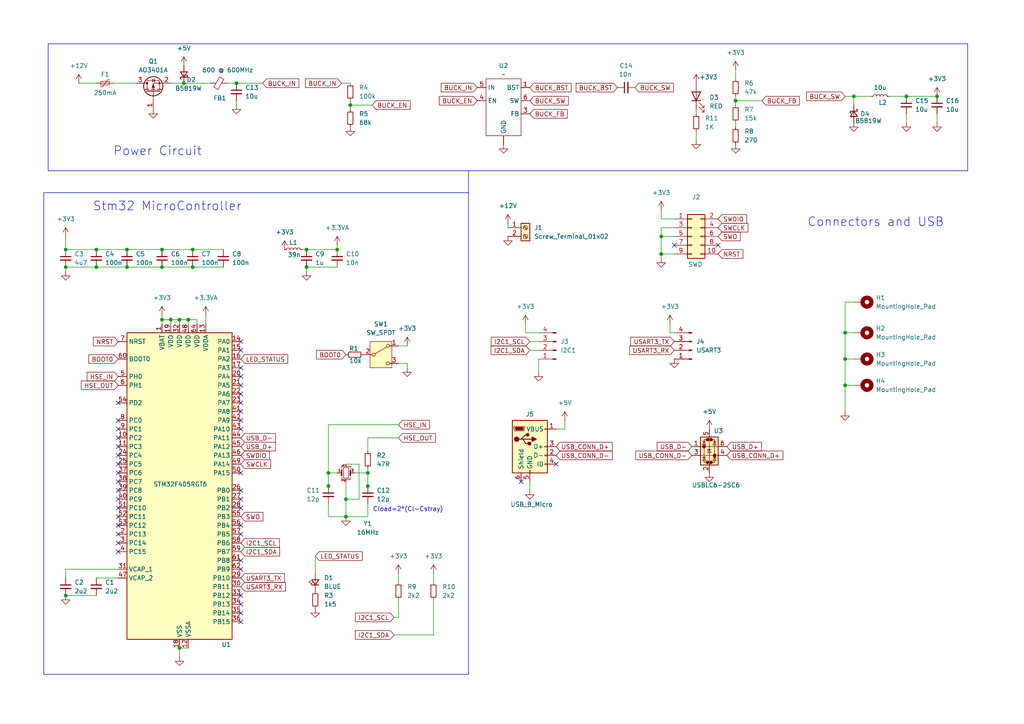
<source format=kicad_sch>
(kicad_sch (version 20231120) (generator "eeschema") (generator_version "8.0")
  (paper "A4")
  (title_block (title "Stm32F4_based_board") (date "2024-10-14") (rev "0.1") (company "sarthak's laboratory"))
  (junction (at 100.33 149.86))
  (junction (at 191.77 68.58))
  (junction (at 97.79 72.39))
  (junction (at 49.53 92.71))
  (junction (at 88.9 77.47))
  (junction (at 106.68 140.97))
  (junction (at 100.33 144.78))
  (junction (at 52.07 92.71))
  (junction (at 52.07 187.96))
  (junction (at 19.05 72.39))
  (junction (at 68.58 24.13))
  (junction (at 36.83 72.39))
  (junction (at 247.65 27.94))
  (junction (at 36.83 77.47))
  (junction (at 55.88 77.47))
  (junction (at 245.11 104.14))
  (junction (at 95.25 137.16))
  (junction (at 106.68 137.16))
  (junction (at 245.11 96.52))
  (junction (at 271.78 27.94))
  (junction (at 88.9 72.39))
  (junction (at 262.89 27.94))
  (junction (at 213.36 29.21))
  (junction (at 46.99 92.71))
  (junction (at 46.99 77.47))
  (junction (at 27.94 77.47))
  (junction (at 46.99 72.39))
  (junction (at 19.05 172.72))
  (junction (at 191.77 73.66))
  (junction (at 27.94 72.39))
  (junction (at 53.34 24.13))
  (junction (at 19.05 77.47))
  (junction (at 95.25 140.97))
  (junction (at 101.6 30.48))
  (junction (at 245.11 111.76))
  (junction (at 55.88 72.39))
  (junction (at 54.61 92.71))
  (no_connect (at 69.85 180.34))
  (no_connect (at 69.85 111.76))
  (no_connect (at 34.29 142.24))
  (no_connect (at 34.29 144.78))
  (no_connect (at 69.85 124.46))
  (no_connect (at 34.29 152.4))
  (no_connect (at 34.29 124.46))
  (no_connect (at 34.29 157.48))
  (no_connect (at 34.29 129.54))
  (no_connect (at 69.85 142.24))
  (no_connect (at 69.85 154.94))
  (no_connect (at 151.13 139.7))
  (no_connect (at 161.29 134.62))
  (no_connect (at 69.85 109.22))
  (no_connect (at 69.85 106.68))
  (no_connect (at 69.85 114.3))
  (no_connect (at 69.85 177.8))
  (no_connect (at 69.85 175.26))
  (no_connect (at 34.29 139.7))
  (no_connect (at 34.29 149.86))
  (no_connect (at 195.58 71.12))
  (no_connect (at 34.29 121.92))
  (no_connect (at 34.29 134.62))
  (no_connect (at 69.85 152.4))
  (no_connect (at 34.29 132.08))
  (no_connect (at 69.85 116.84))
  (no_connect (at 69.85 119.38))
  (no_connect (at 69.85 165.1))
  (no_connect (at 34.29 160.02))
  (no_connect (at 34.29 116.84))
  (no_connect (at 69.85 101.6))
  (no_connect (at 208.28 71.12))
  (no_connect (at 69.85 137.16))
  (no_connect (at 69.85 172.72))
  (no_connect (at 69.85 147.32))
  (no_connect (at 69.85 162.56))
  (no_connect (at 69.85 121.92))
  (no_connect (at 34.29 154.94))
  (no_connect (at 34.29 147.32))
  (no_connect (at 34.29 127))
  (no_connect (at 69.85 144.78))
  (no_connect (at 69.85 99.06))
  (no_connect (at 34.29 137.16))
  (wire (pts (xy 95.25 137.16) (xy 95.25 140.97)))
  (wire (pts (xy 99.06 24.13) (xy 101.6 24.13)))
  (wire (pts (xy 101.6 30.48) (xy 101.6 31.75)))
  (wire (pts (xy 245.11 104.14) (xy 247.65 104.14)))
  (wire (pts (xy 153.67 99.06) (xy 156.21 99.06)))
  (wire (pts (xy 52.07 187.96) (xy 54.61 187.96)))
  (wire (pts (xy 152.4 96.52) (xy 156.21 96.52)))
  (wire (pts (xy 46.99 92.71) (xy 46.99 93.98)))
  (wire (pts (xy 213.36 29.21) (xy 220.98 29.21)))
  (polyline (pts (xy 12.7 55.88) (xy 135.89 55.88)))
  (wire (pts (xy 46.99 72.39) (xy 55.88 72.39)))
  (wire (pts (xy 97.79 77.47) (xy 88.9 77.47)))
  (wire (pts (xy 163.83 124.46) (xy 161.29 124.46)))
  (wire (pts (xy 95.25 146.05) (xy 95.25 149.86)))
  (wire (pts (xy 101.6 30.48) (xy 107.95 30.48)))
  (wire (pts (xy 27.94 167.64) (xy 34.29 167.64)))
  (wire (pts (xy 100.33 134.62) (xy 104.14 134.62)))
  (polyline (pts (xy 135.89 195.58) (xy 12.7 195.58)))
  (wire (pts (xy 118.11 106.68) (xy 118.11 105.41)))
  (wire (pts (xy 102.87 137.16) (xy 106.68 137.16)))
  (polyline (pts (xy 13.97 12.7) (xy 280.67 12.7)))
  (wire (pts (xy 152.4 93.98) (xy 152.4 96.52)))
  (wire (pts (xy 33.02 24.13) (xy 39.37 24.13)))
  (wire (pts (xy 54.61 92.71) (xy 54.61 93.98)))
  (wire (pts (xy 245.11 87.63) (xy 245.11 96.52)))
  (wire (pts (xy 52.07 92.71) (xy 52.07 93.98)))
  (wire (pts (xy 247.65 87.63) (xy 245.11 87.63)))
  (wire (pts (xy 125.73 184.15) (xy 125.73 173.99)))
  (wire (pts (xy 36.83 72.39) (xy 46.99 72.39)))
  (wire (pts (xy 245.11 111.76) (xy 247.65 111.76)))
  (wire (pts (xy 97.79 137.16) (xy 95.25 137.16)))
  (wire (pts (xy 68.58 29.21) (xy 68.58 30.48)))
  (wire (pts (xy 191.77 73.66) (xy 191.77 74.93)))
  (wire (pts (xy 95.25 149.86) (xy 100.33 149.86)))
  (wire (pts (xy 55.88 72.39) (xy 64.77 72.39)))
  (wire (pts (xy 19.05 72.39) (xy 27.94 72.39)))
  (wire (pts (xy 153.67 139.7) (xy 153.67 142.24)))
  (wire (pts (xy 106.68 137.16) (xy 106.68 140.97)))
  (wire (pts (xy 49.53 24.13) (xy 53.34 24.13)))
  (wire (pts (xy 191.77 73.66) (xy 195.58 73.66)))
  (wire (pts (xy 19.05 165.1) (xy 19.05 167.64)))
  (wire (pts (xy 201.93 31.75) (xy 201.93 33.02)))
  (wire (pts (xy 91.44 161.29) (xy 91.44 166.37)))
  (wire (pts (xy 88.9 72.39) (xy 97.79 72.39)))
  (wire (pts (xy 66.04 24.13) (xy 68.58 24.13)))
  (wire (pts (xy 115.57 166.37) (xy 115.57 168.91)))
  (wire (pts (xy 115.57 127) (xy 106.68 127)))
  (wire (pts (xy 36.83 77.47) (xy 46.99 77.47)))
  (wire (pts (xy 115.57 179.07) (xy 115.57 173.99)))
  (wire (pts (xy 100.33 144.78) (xy 100.33 149.86)))
  (wire (pts (xy 49.53 92.71) (xy 49.53 93.98)))
  (polyline (pts (xy 135.89 49.53) (xy 135.89 55.88)))
  (wire (pts (xy 213.36 35.56) (xy 213.36 36.83)))
  (wire (pts (xy 262.89 27.94) (xy 271.78 27.94)))
  (wire (pts (xy 247.65 27.94) (xy 245.11 27.94)))
  (wire (pts (xy 195.58 66.04) (xy 191.77 66.04)))
  (wire (pts (xy 52.07 187.96) (xy 52.07 190.5)))
  (wire (pts (xy 191.77 60.96) (xy 191.77 63.5)))
  (wire (pts (xy 115.57 100.33) (xy 118.11 100.33)))
  (wire (pts (xy 201.93 38.1) (xy 201.93 40.64)))
  (wire (pts (xy 191.77 63.5) (xy 195.58 63.5)))
  (wire (pts (xy 194.31 93.98) (xy 194.31 96.52)))
  (wire (pts (xy 114.3 179.07) (xy 115.57 179.07)))
  (wire (pts (xy 52.07 92.71) (xy 54.61 92.71)))
  (wire (pts (xy 88.9 77.47) (xy 88.9 78.74)))
  (wire (pts (xy 106.68 135.89) (xy 106.68 137.16)))
  (polyline (pts (xy 13.97 12.7) (xy 13.97 49.53)))
  (wire (pts (xy 147.32 64.77) (xy 147.32 66.04)))
  (wire (pts (xy 19.05 77.47) (xy 27.94 77.47)))
  (wire (pts (xy 54.61 92.71) (xy 57.15 92.71)))
  (wire (pts (xy 34.29 165.1) (xy 19.05 165.1)))
  (wire (pts (xy 46.99 91.44) (xy 46.99 92.71)))
  (wire (pts (xy 125.73 166.37) (xy 125.73 168.91)))
  (wire (pts (xy 191.77 68.58) (xy 195.58 68.58)))
  (wire (pts (xy 194.31 96.52) (xy 195.58 96.52)))
  (wire (pts (xy 68.58 24.13) (xy 76.2 24.13)))
  (wire (pts (xy 27.94 72.39) (xy 36.83 72.39)))
  (wire (pts (xy 247.65 27.94) (xy 252.73 27.94)))
  (wire (pts (xy 49.53 92.71) (xy 52.07 92.71)))
  (wire (pts (xy 262.89 33.02) (xy 262.89 35.56)))
  (wire (pts (xy 95.25 123.19) (xy 95.25 137.16)))
  (wire (pts (xy 59.69 91.44) (xy 59.69 93.98)))
  (wire (pts (xy 97.79 71.12) (xy 97.79 72.39)))
  (wire (pts (xy 100.33 139.7) (xy 100.33 144.78)))
  (wire (pts (xy 46.99 92.71) (xy 49.53 92.71)))
  (wire (pts (xy 163.83 121.92) (xy 163.83 124.46)))
  (wire (pts (xy 57.15 92.71) (xy 57.15 93.98)))
  (wire (pts (xy 55.88 77.47) (xy 64.77 77.47)))
  (wire (pts (xy 46.99 77.47) (xy 55.88 77.47)))
  (wire (pts (xy 245.11 104.14) (xy 245.11 111.76)))
  (wire (pts (xy 118.11 105.41) (xy 115.57 105.41)))
  (wire (pts (xy 191.77 68.58) (xy 191.77 73.66)))
  (wire (pts (xy 245.11 111.76) (xy 245.11 119.38)))
  (wire (pts (xy 19.05 78.74) (xy 19.05 77.47)))
  (wire (pts (xy 104.14 134.62) (xy 104.14 144.78)))
  (wire (pts (xy 156.21 104.14) (xy 156.21 107.95)))
  (wire (pts (xy 53.34 24.13) (xy 60.96 24.13)))
  (wire (pts (xy 245.11 96.52) (xy 245.11 104.14)))
  (wire (pts (xy 100.33 149.86) (xy 106.68 149.86)))
  (polyline (pts (xy 280.67 49.53) (xy 13.97 49.53)))
  (wire (pts (xy 245.11 96.52) (xy 247.65 96.52)))
  (wire (pts (xy 106.68 127) (xy 106.68 130.81)))
  (wire (pts (xy 247.65 30.48) (xy 247.65 27.94)))
  (wire (pts (xy 106.68 140.97) (xy 106.68 143.51)))
  (wire (pts (xy 106.68 146.05) (xy 106.68 149.86)))
  (wire (pts (xy 213.36 20.32) (xy 213.36 22.86)))
  (wire (pts (xy 191.77 66.04) (xy 191.77 68.58)))
  (wire (pts (xy 101.6 29.21) (xy 101.6 30.48)))
  (polyline (pts (xy 135.89 55.88) (xy 135.89 195.58)))
  (wire (pts (xy 22.86 24.13) (xy 27.94 24.13)))
  (wire (pts (xy 19.05 172.72) (xy 27.94 172.72)))
  (polyline (pts (xy 280.67 12.7) (xy 280.67 49.53)))
  (wire (pts (xy 87.63 72.39) (xy 88.9 72.39)))
  (wire (pts (xy 95.25 140.97) (xy 95.25 143.51)))
  (wire (pts (xy 153.67 101.6) (xy 156.21 101.6)))
  (wire (pts (xy 104.14 144.78) (xy 100.33 144.78)))
  (wire (pts (xy 19.05 68.58) (xy 19.05 72.39)))
  (wire (pts (xy 213.36 27.94) (xy 213.36 29.21)))
  (wire (pts (xy 27.94 77.47) (xy 36.83 77.47)))
  (polyline (pts (xy 12.7 195.58) (xy 12.7 55.88)))
  (wire (pts (xy 271.78 33.02) (xy 271.78 35.56)))
  (wire (pts (xy 257.81 27.94) (xy 262.89 27.94)))
  (wire (pts (xy 213.36 29.21) (xy 213.36 30.48)))
  (wire (pts (xy 114.3 184.15) (xy 125.73 184.15)))
  (wire (pts (xy 115.57 123.19) (xy 95.25 123.19)))
  (text "Power Circuit" (at 45.72 43.942 0) (effects (font (size 2.54 2.54))))
  (text "Stm32 MicroController\n" (at 48.514 59.944 0) (effects (font (size 2.54 2.54))))
  (text "Connectors and USB\n" (at 254 64.516 0) (effects (font (size 2.54 2.54))))
  (text "Cload=2*(Cl-Cstray)\n" (at 118.364 147.828 0) (effects (font (size 1.27 1.27))))
  (global_label "BOOT0" (shape input) (at 100.33 102.87 180) (property "Intersheetrefs" "${INTERSHEET_REFS}" (effects (hide yes))))
  (global_label "USB_CONN_D-" (shape input) (at 161.29 132.08 0) (property "Intersheetrefs" "${INTERSHEET_REFS}" (effects (hide yes))))
  (global_label "I2C1_SDA" (shape input) (at 69.85 160.02 0) (property "Intersheetrefs" "${INTERSHEET_REFS}" (effects (hide yes))))
  (global_label "I2C1_SCL" (shape input) (at 153.67 99.06 180) (property "Intersheetrefs" "${INTERSHEET_REFS}" (effects (hide yes))))
  (global_label "BUCK_SW" (shape input) (at 184.15 25.4 0) (property "Intersheetrefs" "${INTERSHEET_REFS}" (effects (hide yes))))
  (global_label "BUCK_IN" (shape input) (at 76.2 24.13 0) (property "Intersheetrefs" "${INTERSHEET_REFS}" (effects (hide yes))))
  (global_label "USB_CONN_D+" (shape input) (at 161.29 129.54 0) (property "Intersheetrefs" "${INTERSHEET_REFS}" (effects (hide yes))))
  (global_label "USB_D-" (shape input) (at 69.85 127 0) (property "Intersheetrefs" "${INTERSHEET_REFS}" (effects (hide yes))))
  (global_label "HSE_OUT" (shape input) (at 115.57 127 0) (property "Intersheetrefs" "${INTERSHEET_REFS}" (effects (hide yes))))
  (global_label "I2C1_SCL" (shape input) (at 69.85 157.48 0) (property "Intersheetrefs" "${INTERSHEET_REFS}" (effects (hide yes))))
  (global_label "USB_CONN_D-" (shape input) (at 200.66 132.08 180) (property "Intersheetrefs" "${INTERSHEET_REFS}" (effects (hide yes))))
  (global_label "HSE_OUT" (shape input) (at 34.29 111.76 180) (property "Intersheetrefs" "${INTERSHEET_REFS}" (effects (hide yes))))
  (global_label "SWO" (shape input) (at 208.28 68.58 0) (property "Intersheetrefs" "${INTERSHEET_REFS}" (effects (hide yes))))
  (global_label "USB_D-" (shape input) (at 200.66 129.54 180) (property "Intersheetrefs" "${INTERSHEET_REFS}" (effects (hide yes))))
  (global_label "USB_D+" (shape input) (at 69.85 129.54 0) (property "Intersheetrefs" "${INTERSHEET_REFS}" (effects (hide yes))))
  (global_label "I2C1_SDA" (shape input) (at 153.67 101.6 180) (property "Intersheetrefs" "${INTERSHEET_REFS}" (effects (hide yes))))
  (global_label "I2C1_SCL" (shape input) (at 114.3 179.07 180) (property "Intersheetrefs" "${INTERSHEET_REFS}" (effects (hide yes))))
  (global_label "NRST" (shape input) (at 34.29 99.06 180) (property "Intersheetrefs" "${INTERSHEET_REFS}" (effects (hide yes))))
  (global_label "USART3_RX" (shape input) (at 69.85 170.18 0) (property "Intersheetrefs" "${INTERSHEET_REFS}" (effects (hide yes))))
  (global_label "USB_CONN_D+" (shape input) (at 210.82 132.08 0) (property "Intersheetrefs" "${INTERSHEET_REFS}" (effects (hide yes))))
  (global_label "BUCK_EN" (shape input) (at 107.95 30.48 0) (property "Intersheetrefs" "${INTERSHEET_REFS}" (effects (hide yes))))
  (global_label "USART3_TX" (shape input) (at 195.58 99.06 180) (property "Intersheetrefs" "${INTERSHEET_REFS}" (effects (hide yes))))
  (global_label "BUCK_BST" (shape input) (at 179.07 25.4 180) (property "Intersheetrefs" "${INTERSHEET_REFS}" (effects (hide yes))))
  (global_label "SWCLK" (shape input) (at 69.85 134.62 0) (property "Intersheetrefs" "${INTERSHEET_REFS}" (effects (hide yes))))
  (global_label "SWDIO" (shape input) (at 69.85 132.08 0) (property "Intersheetrefs" "${INTERSHEET_REFS}" (effects (hide yes))))
  (global_label "USART3_TX" (shape input) (at 69.85 167.64 0) (property "Intersheetrefs" "${INTERSHEET_REFS}" (effects (hide yes))))
  (global_label "LED_STATUS" (shape input) (at 91.44 161.29 0) (property "Intersheetrefs" "${INTERSHEET_REFS}" (effects (hide yes))))
  (global_label "BUCK_SW" (shape input) (at 153.67 29.21 0) (property "Intersheetrefs" "${INTERSHEET_REFS}" (effects (hide yes))))
  (global_label "SWCLK" (shape input) (at 208.28 66.04 0) (property "Intersheetrefs" "${INTERSHEET_REFS}" (effects (hide yes))))
  (global_label "I2C1_SDA" (shape input) (at 114.3 184.15 180) (property "Intersheetrefs" "${INTERSHEET_REFS}" (effects (hide yes))))
  (global_label "HSE_IN" (shape input) (at 34.29 109.22 180) (property "Intersheetrefs" "${INTERSHEET_REFS}" (effects (hide yes))))
  (global_label "USART3_RX" (shape input) (at 195.58 101.6 180) (property "Intersheetrefs" "${INTERSHEET_REFS}" (effects (hide yes))))
  (global_label "BUCK_BST" (shape input) (at 153.67 25.4 0) (property "Intersheetrefs" "${INTERSHEET_REFS}" (effects (hide yes))))
  (global_label "BUCK_FB" (shape input) (at 220.98 29.21 0) (property "Intersheetrefs" "${INTERSHEET_REFS}" (effects (hide yes))))
  (global_label "BUCK_IN" (shape input) (at 138.43 25.4 180) (property "Intersheetrefs" "${INTERSHEET_REFS}" (effects (hide yes))))
  (global_label "USB_D+" (shape input) (at 210.82 129.54 0) (property "Intersheetrefs" "${INTERSHEET_REFS}" (effects (hide yes))))
  (global_label "BUCK_SW" (shape input) (at 245.11 27.94 180) (property "Intersheetrefs" "${INTERSHEET_REFS}" (effects (hide yes))))
  (global_label "SWDIO" (shape input) (at 208.28 63.5 0) (property "Intersheetrefs" "${INTERSHEET_REFS}" (effects (hide yes))))
  (global_label "NRST" (shape input) (at 208.28 73.66 0) (property "Intersheetrefs" "${INTERSHEET_REFS}" (effects (hide yes))))
  (global_label "BUCK_EN" (shape input) (at 138.43 29.21 180) (property "Intersheetrefs" "${INTERSHEET_REFS}" (effects (hide yes))))
  (global_label "SWO" (shape input) (at 69.85 149.86 0) (property "Intersheetrefs" "${INTERSHEET_REFS}" (effects (hide yes))))
  (global_label "BUCK_IN" (shape input) (at 99.06 24.13 180) (property "Intersheetrefs" "${INTERSHEET_REFS}" (effects (hide yes))))
  (global_label "BUCK_FB" (shape input) (at 153.67 33.02 0) (property "Intersheetrefs" "${INTERSHEET_REFS}" (effects (hide yes))))
  (global_label "LED_STATUS" (shape input) (at 69.85 104.14 0) (property "Intersheetrefs" "${INTERSHEET_REFS}" (effects (hide yes))))
  (global_label "BOOT0" (shape input) (at 34.29 104.14 180) (property "Intersheetrefs" "${INTERSHEET_REFS}" (effects (hide yes))))
  (global_label "HSE_IN" (shape input) (at 115.57 123.19 0) (property "Intersheetrefs" "${INTERSHEET_REFS}" (effects (hide yes))))
  (symbol (lib_id "Device:C_Small") (at 19.05 170.18 0) (unit 1)
    (property "Reference" "C2" (at 21.59 168.9162 0) (effects (justify left)))
    (property "Value" "2u2" (at 21.59 171.4562 0) (effects (justify left)))
    (property "Footprint" "Capacitor_SMD:C_0603_1608Metric" (effects (hide yes)))
    (property "Description" "Unpolarized capacitor, small symbol" (effects (hide yes)))
  )
  (symbol (lib_id "Device:C_Small") (at 19.05 74.93 0) (unit 1)
    (property "Reference" "C3" (at 21.59 73.6662 0) (effects (justify left)))
    (property "Value" "4u7" (at 21.59 76.2062 0) (effects (justify left)))
    (property "Footprint" "Capacitor_SMD:C_0603_1608Metric" (effects (hide yes)))
    (property "Description" "Unpolarized capacitor, small symbol" (effects (hide yes)))
  )
  (symbol (lib_id "Device:LED") (at 201.93 27.94 90) (unit 1)
    (property "Reference" "D3" (at 205.74 28.2574 90) (effects (justify right)))
    (property "Value" "RED" (at 205.74 30.7974 90) (effects (justify right)))
    (property "Footprint" "LED_SMD:LED_0603_1608Metric" (effects (hide yes)))
    (property "Description" "Light emitting diode" (effects (hide yes)))
  )
  (symbol (lib_id "power:+5V") (at 53.34 19.05 0) (unit 1)
    (property "Reference" "#PWR035" (effects (hide yes)))
    (property "Value" "+5V" (at 53.34 13.97 0))
    (property "Description" "Power symbol creates a global label with name \"+5V\"" (effects (hide yes)))
  )
  (symbol (lib_id "Device:Polyfuse_Small") (at 30.48 24.13 90) (unit 1)
    (property "Reference" "F1" (at 30.48 21.59 90))
    (property "Value" "250mA" (at 30.48 26.924 90))
    (property "Footprint" "Fuse:Fuse_1206_3216Metric" (effects (hide yes)))
    (property "Description" "Resettable fuse, polymeric positive temperature coefficient, small symbol" (effects (hide yes)))
  )
  (symbol (lib_id "Connector_Generic:Conn_02x05_Odd_Even") (at 200.66 68.58 0) (unit 1)
    (property "Reference" "J2" (at 201.93 57.15 0))
    (property "Value" "SWD" (at 201.676 76.708 0))
    (property "Footprint" "Connector_PinSocket_1.27mm:PinSocket_2x05_P1.27mm_Vertical_SMD" (effects (hide yes)))
    (property "Description" "Generic connector, double row, 02x05, odd/even pin numbering scheme (row 1 odd numbers, row 2 even numbers), script generated (kicad-library-utils/schlib/autogen/connector/)" (effects (hide yes)))
  )
  (symbol (lib_id "Device:C_Small") (at 97.79 74.93 0) (unit 1)
    (property "Reference" "C10" (at 100.33 73.6662 0) (effects (justify left)))
    (property "Value" "10n" (at 100.33 76.2062 0) (effects (justify left)))
    (property "Footprint" "Capacitor_SMD:C_0402_1005Metric" (effects (hide yes)))
    (property "Description" "Unpolarized capacitor, small symbol" (effects (hide yes)))
  )
  (symbol (lib_id "Device:C_Small") (at 27.94 74.93 0) (unit 1)
    (property "Reference" "C4" (at 30.48 73.6662 0) (effects (justify left)))
    (property "Value" "100n" (at 30.48 76.2062 0) (effects (justify left)))
    (property "Footprint" "Capacitor_SMD:C_0402_1005Metric" (effects (hide yes)))
    (property "Description" "Unpolarized capacitor, small symbol" (effects (hide yes)))
  )
  (symbol (lib_id "power:+3V3") (at 115.57 166.37 0) (unit 1)
    (property "Reference" "#PWR029" (effects (hide yes)))
    (property "Value" "+3V3" (at 115.57 161.29 0))
    (property "Description" "Power symbol creates a global label with name \"+3V3\"" (effects (hide yes)))
  )
  (symbol (lib_id "power:+5V") (at 205.74 124.46 0) (unit 1)
    (property "Reference" "#PWR037" (effects (hide yes)))
    (property "Value" "+5V" (at 205.74 119.38 0))
    (property "Description" "Power symbol creates a global label with name \"+5V\"" (effects (hide yes)))
  )
  (symbol (lib_id "power:GND") (at 118.11 106.68 0) (unit 1)
    (property "Reference" "#PWR06" (effects (hide yes)))
    (property "Value" "GND" (effects (hide yes)))
    (property "Description" "Power symbol creates a global label with name \"GND\" , ground" (effects (hide yes)))
  )
  (symbol (lib_id "Device:C_Small") (at 68.58 26.67 0) (unit 1)
    (property "Reference" "C13" (at 71.12 25.4062 0) (effects (justify left)))
    (property "Value" "10u" (at 71.12 27.9462 0) (effects (justify left)))
    (property "Footprint" "Capacitor_SMD:C_1206_3216Metric" (effects (hide yes)))
    (property "Description" "Unpolarized capacitor, small symbol" (effects (hide yes)))
  )
  (symbol (lib_id "Device:R_Small") (at 102.87 102.87 90) (unit 1)
    (property "Reference" "R1" (at 102.616 101.092 90))
    (property "Value" "10k" (at 103.124 104.648 90))
    (property "Footprint" "Resistor_SMD:R_0402_1005Metric" (effects (hide yes)))
    (property "Description" "Resistor, small symbol" (effects (hide yes)))
  )
  (symbol (lib_id "power:GND") (at 44.45 31.75 0) (unit 1)
    (property "Reference" "#PWR016" (effects (hide yes)))
    (property "Value" "GND" (effects (hide yes)))
    (property "Description" "Power symbol creates a global label with name \"GND\" , ground" (effects (hide yes)))
  )
  (symbol (lib_id "power:+3.3VA") (at 97.79 71.12 0) (unit 1)
    (property "Reference" "#PWR011" (effects (hide yes)))
    (property "Value" "+3.3VA" (at 97.79 66.04 0))
    (property "Description" "Power symbol creates a global label with name \"+3.3VA\"" (effects (hide yes)))
  )
  (symbol (lib_id "power:GND") (at 19.05 78.74 0) (unit 1)
    (property "Reference" "#PWR08" (effects (hide yes)))
    (property "Value" "GND" (effects (hide yes)))
    (property "Description" "Power symbol creates a global label with name \"GND\" , ground" (effects (hide yes)))
  )
  (symbol (lib_id "Device:R_Small") (at 213.36 33.02 0) (unit 1)
    (property "Reference" "R7" (at 215.9 31.7499 0) (effects (justify left)))
    (property "Value" "15k" (at 215.9 34.2899 0) (effects (justify left)))
    (property "Footprint" "Resistor_SMD:R_0603_1608Metric" (effects (hide yes)))
    (property "Description" "Resistor, small symbol" (effects (hide yes)))
  )
  (symbol (lib_id "power:+3V3") (at 118.11 100.33 0) (unit 1)
    (property "Reference" "#PWR05" (effects (hide yes)))
    (property "Value" "+3V3" (at 118.11 95.25 0))
    (property "Description" "Power symbol creates a global label with name \"+3V3\"" (effects (hide yes)))
  )
  (symbol (lib_id "Device:R_Small") (at 213.36 25.4 0) (unit 1)
    (property "Reference" "R6" (at 215.9 24.1299 0) (effects (justify left)))
    (property "Value" "47k" (at 215.9 26.6699 0) (effects (justify left)))
    (property "Footprint" "Resistor_SMD:R_0603_1608Metric" (effects (hide yes)))
    (property "Description" "Resistor, small symbol" (effects (hide yes)))
  )
  (symbol (lib_id "power:GND") (at 52.07 190.5 0) (unit 1)
    (property "Reference" "#PWR01" (effects (hide yes)))
    (property "Value" "GND" (effects (hide yes)))
    (property "Description" "Power symbol creates a global label with name \"GND\" , ground" (effects (hide yes)))
  )
  (symbol (lib_id "power:+12V") (at 147.32 64.77 0) (unit 1)
    (property "Reference" "#PWR026" (effects (hide yes)))
    (property "Value" "+12V" (at 147.32 59.69 0))
    (property "Description" "Power symbol creates a global label with name \"+12V\"" (effects (hide yes)))
  )
  (symbol (lib_id "Device:R_Small") (at 106.68 133.35 0) (unit 1)
    (property "Reference" "R2" (at 109.22 132.0799 0) (effects (justify left)))
    (property "Value" "47R" (at 109.22 134.6199 0) (effects (justify left)))
    (property "Footprint" "Resistor_SMD:R_0402_1005Metric" (effects (hide yes)))
    (property "Description" "Resistor, small symbol" (effects (hide yes)))
  )
  (symbol (lib_id "power:GND") (at 88.9 78.74 0) (unit 1)
    (property "Reference" "#PWR010" (effects (hide yes)))
    (property "Value" "GND" (effects (hide yes)))
    (property "Description" "Power symbol creates a global label with name \"GND\" , ground" (effects (hide yes)))
  )
  (symbol (lib_id "Device:C_Small") (at 27.94 170.18 0) (unit 1)
    (property "Reference" "C1" (at 30.48 168.9162 0) (effects (justify left)))
    (property "Value" "2u2" (at 30.48 171.4562 0) (effects (justify left)))
    (property "Footprint" "Capacitor_SMD:C_0603_1608Metric" (effects (hide yes)))
    (property "Description" "Unpolarized capacitor, small symbol" (effects (hide yes)))
  )
  (symbol (lib_id "power:+3V3") (at 213.36 20.32 0) (unit 1)
    (property "Reference" "#PWR023" (effects (hide yes)))
    (property "Value" "+3V3" (at 213.36 15.24 0))
    (property "Description" "Power symbol creates a global label with name \"+3V3\"" (effects (hide yes)))
  )
  (symbol (lib_id "power:+3V3") (at 125.73 166.37 0) (unit 1)
    (property "Reference" "#PWR030" (effects (hide yes)))
    (property "Value" "+3V3" (at 125.73 161.29 0))
    (property "Description" "Power symbol creates a global label with name \"+3V3\"" (effects (hide yes)))
  )
  (symbol (lib_id "power:GND") (at 191.77 74.93 0) (unit 1)
    (property "Reference" "#PWR028" (effects (hide yes)))
    (property "Value" "GND" (effects (hide yes)))
    (property "Description" "Power symbol creates a global label with name \"GND\" , ground" (effects (hide yes)))
  )
  (symbol (lib_id "Connector:Conn_01x04_Pin") (at 200.66 101.6 180) (unit 1)
    (property "Reference" "J4" (at 201.93 99.0599 0) (effects (justify right)))
    (property "Value" "USART3" (at 201.93 101.5999 0) (effects (justify right)))
    (property "Footprint" "Connector_USB:USB_Micro-B_Wuerth_629105150521" (effects (hide yes)))
    (property "Description" "Generic connector, single row, 01x04, script generated" (effects (hide yes)))
  )
  (symbol (lib_id "power:+5V") (at 163.83 121.92 0) (unit 1)
    (property "Reference" "#PWR036" (effects (hide yes)))
    (property "Value" "+5V" (at 163.83 116.84 0))
    (property "Description" "Power symbol creates a global label with name \"+5V\"" (effects (hide yes)))
  )
  (symbol (lib_id "power:+3V3") (at 194.31 93.98 0) (unit 1)
    (property "Reference" "#PWR033" (effects (hide yes)))
    (property "Value" "+3V3" (at 194.31 88.9 0))
    (property "Description" "Power symbol creates a global label with name \"+3V3\"" (effects (hide yes)))
  )
  (symbol (lib_id "Device:R_Small") (at 101.6 34.29 0) (unit 1)
    (property "Reference" "R5" (at 104.14 33.0199 0) (effects (justify left)))
    (property "Value" "68k" (at 104.14 35.5599 0) (effects (justify left)))
    (property "Footprint" "Resistor_SMD:R_0603_1608Metric" (effects (hide yes)))
    (property "Description" "Resistor, small symbol" (effects (hide yes)))
  )
  (symbol (lib_id "Device:C_Small") (at 262.89 30.48 0) (unit 1)
    (property "Reference" "C15" (at 265.43 29.2162 0) (effects (justify left)))
    (property "Value" "10u" (at 265.43 31.7562 0) (effects (justify left)))
    (property "Footprint" "Capacitor_SMD:C_1206_3216Metric" (effects (hide yes)))
    (property "Description" "Unpolarized capacitor, small symbol" (effects (hide yes)))
  )
  (symbol (lib_id "Device:LED_Small") (at 91.44 168.91 90) (unit 1)
    (property "Reference" "D1" (at 93.98 167.5764 90) (effects (justify right)))
    (property "Value" "BLUE" (at 93.98 170.1164 90) (effects (justify right)))
    (property "Footprint" "LED_SMD:LED_0603_1608Metric" (effects (hide yes)))
    (property "Description" "Light emitting diode, small symbol" (effects (hide yes)))
  )
  (symbol (lib_id "power:GND") (at 68.58 30.48 0) (unit 1)
    (property "Reference" "#PWR017" (effects (hide yes)))
    (property "Value" "GND" (effects (hide yes)))
    (property "Description" "Power symbol creates a global label with name \"GND\" , ground" (effects (hide yes)))
  )
  (symbol (lib_id "power:GND") (at 245.11 119.38 0) (unit 1)
    (property "Reference" "#PWR042" (effects (hide yes)))
    (property "Value" "GND" (effects (hide yes)))
    (property "Description" "Power symbol creates a global label with name \"GND\" , ground" (effects (hide yes)))
  )
  (symbol (lib_id "power:GND") (at 146.05 41.91 0) (unit 1)
    (property "Reference" "#PWR014" (effects (hide yes)))
    (property "Value" "GND" (effects (hide yes)))
    (property "Description" "Power symbol creates a global label with name \"GND\" , ground" (effects (hide yes)))
  )
  (symbol (lib_id "power:+3V3") (at 46.99 91.44 0) (unit 1)
    (property "Reference" "#PWR02" (effects (hide yes)))
    (property "Value" "+3V3" (at 46.99 86.36 0))
    (property "Description" "Power symbol creates a global label with name \"+3V3\"" (effects (hide yes)))
  )
  (symbol (lib_id "Connector:Screw_Terminal_01x02") (at 152.4 66.04 0) (unit 1)
    (property "Reference" "J1" (at 154.94 66.0399 0) (effects (justify left)))
    (property "Value" "Screw_Terminal_01x02" (at 154.94 68.5799 0) (effects (justify left)))
    (property "Footprint" "TerminalBlock_Phoenix:TerminalBlock_Phoenix_PT-1,5-2-3.5-H_1x02_P3.50mm_Horizontal" (effects (hide yes)))
    (property "Description" "Generic screw terminal, single row, 01x02, script generated (kicad-library-utils/schlib/autogen/connector/)" (effects (hide yes)))
  )
  (symbol (lib_id "Transistor_FET:AO3401A") (at 44.45 26.67 90) (unit 1)
    (property "Reference" "Q1" (at 44.45 17.78 90))
    (property "Value" "AO3401A" (at 44.45 20.32 90))
    (property "Footprint" "Package_TO_SOT_SMD:SOT-23" (effects (hide yes)))
    (property "Datasheet" "http://www.aosmd.com/pdfs/datasheet/AO3401A.pdf" (effects (hide yes)))
    (property "Description" "-4.0A Id, -30V Vds, P-Channel MOSFET, SOT-23" (effects (hide yes)))
  )
  (symbol (lib_id "power:GND") (at 205.74 137.16 0) (unit 1)
    (property "Reference" "#PWR039" (effects (hide yes)))
    (property "Value" "GND" (effects (hide yes)))
    (property "Description" "Power symbol creates a global label with name \"GND\" , ground" (effects (hide yes)))
  )
  (symbol (lib_id "MCU_ST_STM32F4:STM32F405RGTx") (at 52.07 142.24 0) (unit 1)
    (property "Reference" "U1" (at 64.262 186.944 0) (effects (justify left)))
    (property "Value" "STM32F405RGT6" (at 44.45 140.462 0) (effects (justify left)))
    (property "Footprint" "Package_QFP:LQFP-64_10x10mm_P0.5mm" (effects (hide yes)))
    (property "Datasheet" "https://www.st.com/resource/en/datasheet/stm32f405rg.pdf" (effects (hide yes)))
    (property "Description" "STMicroelectronics Arm Cortex-M4 MCU, 1024KB flash, 192KB RAM, 168 MHz, 1.8-3.6V, 51 GPIO, LQFP64" (effects (hide yes)))
  )
  (symbol (lib_id "power:+3V3") (at 201.93 24.13 0) (unit 1)
    (property "Reference" "#PWR040" (effects (hide yes)))
    (property "Value" "+3V3" (at 205.486 22.352 0))
    (property "Description" "Power symbol creates a global label with name \"+3V3\"" (effects (hide yes)))
  )
  (symbol (lib_id "power:GND") (at 201.93 40.64 0) (unit 1)
    (property "Reference" "#PWR041" (effects (hide yes)))
    (property "Value" "GND" (effects (hide yes)))
    (property "Description" "Power symbol creates a global label with name \"GND\" , ground" (effects (hide yes)))
  )
  (symbol (lib_id "Device:R_Small") (at 201.93 35.56 0) (unit 1)
    (property "Reference" "R11" (at 204.47 34.2899 0) (effects (justify left)))
    (property "Value" "1K" (at 204.47 36.8299 0) (effects (justify left)))
    (property "Footprint" "Resistor_SMD:R_0603_1608Metric" (effects (hide yes)))
    (property "Description" "Resistor, small symbol" (effects (hide yes)))
  )
  (symbol (lib_id "Device:FerriteBead_Small") (at 63.5 24.13 90) (unit 1)
    (property "Reference" "FB1" (at 63.754 28.448 90))
    (property "Value" "600 @ 600MHz" (at 66.04 20.32 90))
    (property "Footprint" "Inductor_SMD:L_0805_2012Metric" (effects (hide yes)))
    (property "Description" "Ferrite bead, small symbol" (effects (hide yes)))
  )
  (symbol (lib_id "power:GND") (at 156.21 107.95 0) (unit 1)
    (property "Reference" "#PWR032" (effects (hide yes)))
    (property "Value" "GND" (effects (hide yes)))
    (property "Description" "Power symbol creates a global label with name \"GND\" , ground" (effects (hide yes)))
  )
  (symbol (lib_id "Device:R_Small") (at 115.57 171.45 0) (unit 1)
    (property "Reference" "R9" (at 118.11 170.1799 0) (effects (justify left)))
    (property "Value" "2k2" (at 118.11 172.7199 0) (effects (justify left)))
    (property "Footprint" "Resistor_SMD:R_0402_1005Metric" (effects (hide yes)))
    (property "Description" "Resistor, small symbol" (effects (hide yes)))
  )
  (symbol (lib_id "Device:Crystal_GND24_Small") (at 100.33 137.16 0) (unit 1)
    (property "Reference" "Y1" (at 106.68 151.892 0))
    (property "Value" "16MHz" (at 106.68 154.432 0))
    (property "Footprint" "Crystal:Crystal_SMD_3225-4Pin_3.2x2.5mm" (effects (hide yes)))
    (property "Description" "Four pin crystal, GND on pins 2 and 4, small symbol" (effects (hide yes)))
  )
  (symbol (lib_id "power:GND") (at 153.67 142.24 0) (unit 1)
    (property "Reference" "#PWR038" (effects (hide yes)))
    (property "Value" "GND" (effects (hide yes)))
    (property "Description" "Power symbol creates a global label with name \"GND\" , ground" (effects (hide yes)))
  )
  (symbol (lib_id "Switch:SW_SPDT") (at 110.49 102.87 0) (unit 1)
    (property "Reference" "SW1" (at 110.49 93.98 0))
    (property "Value" "SW_SPDT" (at 110.49 96.52 0))
    (property "Footprint" "Button_Switch_SMD:SW_SPDT_PCM12" (effects (hide yes)))
    (property "Description" "Switch, single pole double throw" (effects (hide yes)))
  )
  (symbol (lib_id "power:+3V3") (at 271.78 27.94 0) (unit 1)
    (property "Reference" "#PWR022" (effects (hide yes)))
    (property "Value" "+3V3" (at 271.78 22.86 0))
    (property "Description" "Power symbol creates a global label with name \"+3V3\"" (effects (hide yes)))
  )
  (symbol (lib_id "Device:L_Small") (at 255.27 27.94 90) (unit 1)
    (property "Reference" "L2" (at 256.032 29.718 90))
    (property "Value" "10u" (at 255.27 25.4 90))
    (property "Footprint" "Inductor_SMD:L_Sunlord_MWSA0518S" (effects (hide yes)))
    (property "Description" "Inductor, small symbol" (effects (hide yes)))
  )
  (symbol (lib_id "Device:C_Small") (at 271.78 30.48 0) (unit 1)
    (property "Reference" "C16" (at 274.32 29.2162 0) (effects (justify left)))
    (property "Value" "10u" (at 274.32 31.7562 0) (effects (justify left)))
    (property "Footprint" "Capacitor_SMD:C_1206_3216Metric" (effects (hide yes)))
    (property "Description" "Unpolarized capacitor, small symbol" (effects (hide yes)))
  )
  (symbol (lib_id "Device:D_Schottky_Small") (at 53.34 21.59 90) (unit 1)
    (property "Reference" "D2" (at 54.102 23.114 90) (effects (justify right)))
    (property "Value" "B5819W" (at 50.8 25.654 90) (effects (justify right)))
    (property "Footprint" "Diode_SMD:D_SOD-123" (effects (hide yes)))
    (property "Description" "Schottky diode, small symbol" (effects (hide yes)))
  )
  (symbol (lib_id "Device:L_Small") (at 85.09 72.39 90) (unit 1)
    (property "Reference" "L1" (at 85.09 70.358 90))
    (property "Value" "39n" (at 85.344 73.914 90))
    (property "Footprint" "Inductor_SMD:L_0402_1005Metric" (effects (hide yes)))
    (property "Description" "Inductor, small symbol" (effects (hide yes)))
  )
  (symbol (lib_id "Device:R_Small") (at 213.36 39.37 0) (unit 1)
    (property "Reference" "R8" (at 215.9 38.0999 0) (effects (justify left)))
    (property "Value" "270" (at 215.9 40.6399 0) (effects (justify left)))
    (property "Footprint" "Resistor_SMD:R_0603_1608Metric" (effects (hide yes)))
    (property "Description" "Resistor, small symbol" (effects (hide yes)))
  )
  (symbol (lib_id "power:GND") (at 271.78 35.56 0) (unit 1)
    (property "Reference" "#PWR021" (effects (hide yes)))
    (property "Value" "GND" (effects (hide yes)))
    (property "Description" "Power symbol creates a global label with name \"GND\" , ground" (effects (hide yes)))
  )
  (symbol (lib_id "power:+3V3") (at 191.77 60.96 0) (unit 1)
    (property "Reference" "#PWR027" (effects (hide yes)))
    (property "Value" "+3V3" (at 191.77 55.88 0))
    (property "Description" "Power symbol creates a global label with name \"+3V3\"" (effects (hide yes)))
  )
  (symbol (lib_id "power:GND") (at 19.05 172.72 0) (unit 1)
    (property "Reference" "#PWR04" (effects (hide yes)))
    (property "Value" "GND" (effects (hide yes)))
    (property "Description" "Power symbol creates a global label with name \"GND\" , ground" (effects (hide yes)))
  )
  (symbol (lib_id "power:GND") (at 91.44 176.53 0) (unit 1)
    (property "Reference" "#PWR013" (effects (hide yes)))
    (property "Value" "GND" (effects (hide yes)))
    (property "Description" "Power symbol creates a global label with name \"GND\" , ground" (effects (hide yes)))
  )
  (symbol (lib_id "Device:C_Small") (at 36.83 74.93 0) (unit 1)
    (property "Reference" "C5" (at 39.37 73.6662 0) (effects (justify left)))
    (property "Value" "100n" (at 39.37 76.2062 0) (effects (justify left)))
    (property "Footprint" "Capacitor_SMD:C_0402_1005Metric" (effects (hide yes)))
    (property "Description" "Unpolarized capacitor, small symbol" (effects (hide yes)))
  )
  (symbol (lib_id "Power_Protection:USBLC6-2SC6") (at 205.74 129.54 0) (unit 1)
    (property "Reference" "U3" (at 207.01 124.968 0) (effects (justify left)))
    (property "Value" "USBLC6-2SC6" (at 200.66 140.716 0) (effects (justify left)))
    (property "Footprint" "Package_TO_SOT_SMD:SOT-23-6" (effects (hide yes)))
    (property "Datasheet" "https://www.st.com/resource/en/datasheet/usblc6-2.pdf" (effects (hide yes)))
    (property "Description" "Very low capacitance ESD protection diode, 2 data-line, SOT-23-6" (effects (hide yes)))
  )
  (symbol (lib_id "Connector:Conn_01x04_Pin") (at 161.29 101.6 180) (unit 1)
    (property "Reference" "J3" (at 162.56 99.0599 0) (effects (justify right)))
    (property "Value" "I2C1" (at 162.56 101.5999 0) (effects (justify right)))
    (property "Footprint" "Connector_Molex:Molex_PicoBlade_53048-0410_1x04_P1.25mm_Horizontal" (effects (hide yes)))
    (property "Description" "Generic connector, single row, 01x04, script generated" (effects (hide yes)))
  )
  (symbol (lib_id "Device:R_Small") (at 125.73 171.45 0) (unit 1)
    (property "Reference" "R10" (at 128.27 170.1799 0) (effects (justify left)))
    (property "Value" "2k2" (at 128.27 172.7199 0) (effects (justify left)))
    (property "Footprint" "Resistor_SMD:R_0402_1005Metric" (effects (hide yes)))
    (property "Description" "Resistor, small symbol" (effects (hide yes)))
  )
  (symbol (lib_id "power:GND") (at 100.33 149.86 0) (unit 1)
    (property "Reference" "#PWR012" (effects (hide yes)))
    (property "Value" "GND" (effects (hide yes)))
    (property "Description" "Power symbol creates a global label with name \"GND\" , ground" (effects (hide yes)))
  )
  (symbol (lib_id "Device:C_Small") (at 181.61 25.4 90) (unit 1)
    (property "Reference" "C14" (at 181.6163 19.05 90))
    (property "Value" "10n" (at 181.356 21.59 90))
    (property "Footprint" "Capacitor_SMD:C_0603_1608Metric" (effects (hide yes)))
    (property "Description" "Unpolarized capacitor, small symbol" (effects (hide yes)))
  )
  (symbol (lib_id "Mechanical:MountingHole_Pad") (at 250.19 87.63 270) (unit 1) (exclude_from_sim yes) (in_bom no)
    (property "Reference" "H1" (at 254 86.3599 90) (effects (justify left)))
    (property "Value" "MountingHole_Pad" (at 254 88.8999 90) (effects (justify left)))
    (property "Footprint" "MountingHole:MountingHole_4.3mm_M4_Pad_Via" (effects (hide yes)))
    (property "Description" "Mounting Hole with connection" (effects (hide yes)))
  )
  (symbol (lib_id "Device:C_Small") (at 88.9 74.93 0) (unit 1)
    (property "Reference" "C9" (at 91.44 73.6662 0) (effects (justify left)))
    (property "Value" "1u" (at 91.44 76.2062 0) (effects (justify left)))
    (property "Footprint" "Capacitor_SMD:C_0402_1005Metric" (effects (hide yes)))
    (property "Description" "Unpolarized capacitor, small symbol" (effects (hide yes)))
  )
  (symbol (lib_id "Device:D_Schottky_Small") (at 247.65 33.02 270) (unit 1)
    (property "Reference" "D4" (at 252.222 33.02 90) (effects (justify right)))
    (property "Value" "B5819W" (at 255.778 35.052 90) (effects (justify right)))
    (property "Footprint" "Diode_SMD:D_SOD-123" (effects (hide yes)))
    (property "Description" "Schottky diode, small symbol" (effects (hide yes)))
  )
  (symbol (lib_id "Mechanical:MountingHole_Pad") (at 250.19 96.52 270) (unit 1) (exclude_from_sim yes) (in_bom no)
    (property "Reference" "H2" (at 254 95.2499 90) (effects (justify left)))
    (property "Value" "MountingHole_Pad" (at 254 97.7899 90) (effects (justify left)))
    (property "Footprint" "MountingHole:MountingHole_4.3mm_M4_Pad_Via" (effects (hide yes)))
    (property "Description" "Mounting Hole with connection" (effects (hide yes)))
  )
  (symbol (lib_id "power:+3V3") (at 82.55 72.39 0) (unit 1)
    (property "Reference" "#PWR09" (effects (hide yes)))
    (property "Value" "+3V3" (at 82.55 67.31 0))
    (property "Description" "Power symbol creates a global label with name \"+3V3\"" (effects (hide yes)))
  )
  (symbol (lib_id "power:GND") (at 101.6 36.83 0) (unit 1)
    (property "Reference" "#PWR018" (effects (hide yes)))
    (property "Value" "GND" (effects (hide yes)))
    (property "Description" "Power symbol creates a global label with name \"GND\" , ground" (effects (hide yes)))
  )
  (symbol (lib_id "power:GND") (at 247.65 35.56 0) (unit 1)
    (property "Reference" "#PWR019" (effects (hide yes)))
    (property "Value" "GND" (effects (hide yes)))
    (property "Description" "Power symbol creates a global label with name \"GND\" , ground" (effects (hide yes)))
  )
  (symbol (lib_id "Mechanical:MountingHole_Pad") (at 250.19 111.76 270) (unit 1) (exclude_from_sim yes) (in_bom no)
    (property "Reference" "H4" (at 254 110.4899 90) (effects (justify left)))
    (property "Value" "MountingHole_Pad" (at 254 113.0299 90) (effects (justify left)))
    (property "Footprint" "MountingHole:MountingHole_4.3mm_M4_Pad_Via" (effects (hide yes)))
    (property "Description" "Mounting Hole with connection" (effects (hide yes)))
  )
  (symbol (lib_id "Device:R_Small") (at 91.44 173.99 0) (unit 1)
    (property "Reference" "R3" (at 93.98 172.7199 0) (effects (justify left)))
    (property "Value" "1k5" (at 93.98 175.2599 0) (effects (justify left)))
    (property "Footprint" "Resistor_SMD:R_0603_1608Metric" (effects (hide yes)))
    (property "Description" "Resistor, small symbol" (effects (hide yes)))
  )
  (symbol (lib_id "Device:C_Small") (at 106.68 143.51 0) (unit 1)
    (property "Reference" "C12" (at 109.22 142.2462 0) (effects (justify left)))
    (property "Value" "12p" (at 109.22 144.7862 0) (effects (justify left)))
    (property "Footprint" "Capacitor_SMD:C_0402_1005Metric" (effects (hide yes)))
    (property "Description" "Unpolarized capacitor, small symbol" (effects (hide yes)))
  )
  (symbol (lib_id "Mechanical:MountingHole_Pad") (at 250.19 104.14 270) (unit 1) (exclude_from_sim yes) (in_bom no)
    (property "Reference" "H3" (at 254 102.8699 90) (effects (justify left)))
    (property "Value" "MountingHole_Pad" (at 254 105.4099 90) (effects (justify left)))
    (property "Footprint" "MountingHole:MountingHole_4.3mm_M4_Pad_Via" (effects (hide yes)))
    (property "Description" "Mounting Hole with connection" (effects (hide yes)))
  )
  (symbol (lib_id "power:+3V3") (at 152.4 93.98 0) (unit 1)
    (property "Reference" "#PWR031" (effects (hide yes)))
    (property "Value" "+3V3" (at 152.4 88.9 0))
    (property "Description" "Power symbol creates a global label with name \"+3V3\"" (effects (hide yes)))
  )
  (symbol (lib_id "power:GND") (at 195.58 104.14 0) (unit 1)
    (property "Reference" "#PWR034" (effects (hide yes)))
    (property "Value" "GND" (effects (hide yes)))
    (property "Description" "Power symbol creates a global label with name \"GND\" , ground" (effects (hide yes)))
  )
  (symbol (lib_id "power:+3.3VA") (at 59.69 91.44 0) (unit 1)
    (property "Reference" "#PWR03" (effects (hide yes)))
    (property "Value" "+3.3VA" (at 59.69 86.36 0))
    (property "Description" "Power symbol creates a global label with name \"+3.3VA\"" (effects (hide yes)))
  )
  (symbol (lib_id "Connector:USB_B_Micro") (at 153.67 129.54 0) (unit 1)
    (property "Reference" "J5" (at 153.67 120.142 0))
    (property "Value" "USB_B_Micro" (at 154.178 146.304 0))
    (property "Footprint" "Connector_USB:USB_Micro-B_Wuerth_629105150521" (effects (hide yes)))
    (property "Description" "USB Micro Type B connector" (effects (hide yes)))
  )
  (symbol (lib_id "power:GND") (at 213.36 41.91 0) (unit 1)
    (property "Reference" "#PWR024" (effects (hide yes)))
    (property "Value" "GND" (effects (hide yes)))
    (property "Description" "Power symbol creates a global label with name \"GND\" , ground" (effects (hide yes)))
  )
  (symbol (lib_id "power:GND") (at 262.89 35.56 0) (unit 1)
    (property "Reference" "#PWR020" (effects (hide yes)))
    (property "Value" "GND" (effects (hide yes)))
    (property "Description" "Power symbol creates a global label with name \"GND\" , ground" (effects (hide yes)))
  )
  (symbol (lib_id "Device:C_Small") (at 95.25 143.51 0) (unit 1)
    (property "Reference" "C11" (at 88.9 142.24 0) (effects (justify left)))
    (property "Value" "12p" (at 88.9 144.78 0) (effects (justify left)))
    (property "Footprint" "Capacitor_SMD:C_0402_1005Metric" (effects (hide yes)))
    (property "Description" "Unpolarized capacitor, small symbol" (effects (hide yes)))
  )
  (symbol (lib_id "power:+3V3") (at 19.05 68.58 0) (unit 1)
    (property "Reference" "#PWR07" (effects (hide yes)))
    (property "Value" "+3V3" (at 19.05 63.5 0))
    (property "Description" "Power symbol creates a global label with name \"+3V3\"" (effects (hide yes)))
  )
  (symbol (lib_id "Device:C_Small") (at 55.88 74.93 0) (unit 1)
    (property "Reference" "C7" (at 58.42 73.6662 0) (effects (justify left)))
    (property "Value" "100n" (at 58.42 76.2062 0) (effects (justify left)))
    (property "Footprint" "Capacitor_SMD:C_0402_1005Metric" (effects (hide yes)))
    (property "Description" "Unpolarized capacitor, small symbol" (effects (hide yes)))
  )
  (symbol (lib_id "Device:C_Small") (at 64.77 74.93 0) (unit 1)
    (property "Reference" "C8" (at 67.31 73.6662 0) (effects (justify left)))
    (property "Value" "100n" (at 67.31 76.2062 0) (effects (justify left)))
    (property "Footprint" "Capacitor_SMD:C_0402_1005Metric" (effects (hide yes)))
    (property "Description" "Unpolarized capacitor, small symbol" (effects (hide yes)))
  )
  (symbol (lib_id "power:GND") (at 147.32 68.58 0) (unit 1)
    (property "Reference" "#PWR025" (effects (hide yes)))
    (property "Value" "GND" (effects (hide yes)))
    (property "Description" "Power symbol creates a global label with name \"GND\" , ground" (effects (hide yes)))
  )
  (symbol (lib_id "MP2359DJ-LF-Z:MP2359DJ-LF-Z") (at 148.59 19.05 0) (unit 1)
    (property "Reference" "U2" (at 146.05 19.05 0))
    (property "Value" "~" (at 146.05 21.59 0))
    (property "Footprint" "Package_TO_SOT_SMD:SOT-23-6" (effects (hide yes)))
  )
  (symbol (lib_id "Device:C_Small") (at 46.99 74.93 0) (unit 1)
    (property "Reference" "C6" (at 49.53 73.6662 0) (effects (justify left)))
    (property "Value" "100n" (at 49.53 76.2062 0) (effects (justify left)))
    (property "Footprint" "Capacitor_SMD:C_0402_1005Metric" (effects (hide yes)))
    (property "Description" "Unpolarized capacitor, small symbol" (effects (hide yes)))
  )
  (symbol (lib_id "power:+12V") (at 22.86 24.13 0) (unit 1)
    (property "Reference" "#PWR015" (effects (hide yes)))
    (property "Value" "+12V" (at 22.86 19.05 0))
    (property "Description" "Power symbol creates a global label with name \"+12V\"" (effects (hide yes)))
  )
  (symbol (lib_id "Device:R_Small") (at 101.6 26.67 0) (unit 1)
    (property "Reference" "R4" (at 104.14 25.3999 0) (effects (justify left)))
    (property "Value" "100k" (at 104.14 27.9399 0) (effects (justify left)))
    (property "Footprint" "Resistor_SMD:R_0603_1608Metric" (effects (hide yes)))
    (property "Description" "Resistor, small symbol" (effects (hide yes)))
  )
)
</source>
